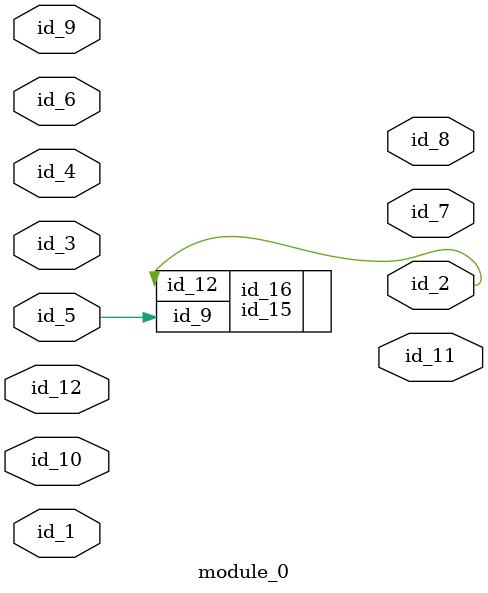
<source format=v>
module module_0 (
    id_1,
    id_2,
    id_3,
    id_4,
    id_5,
    id_6,
    id_7,
    id_8,
    id_9,
    id_10,
    id_11,
    id_12
);
  input id_12;
  output id_11;
  input id_10;
  input id_9;
  output id_8;
  output id_7;
  input id_6;
  input id_5;
  input id_4;
  input id_3;
  output id_2;
  input id_1;
  id_13 id_14 (
      .id_9 (id_1),
      .id_12(id_4),
      .id_3 (id_3)
  );
  id_15 id_16 (
      .id_12(id_11),
      .id_9 (id_5),
      .id_12(id_2)
  );
endmodule

</source>
